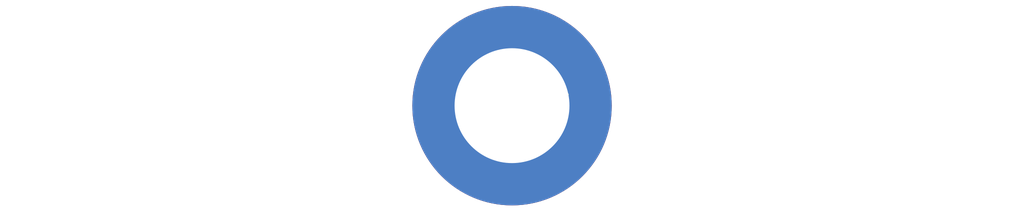
<source format=kicad_pcb>
(kicad_pcb (version 20240108) (generator pcbnew)
  (layers (0 "F.Cu" signal) (31 "B.Cu" signal) (34 "B.Paste" user) (35 "F.Paste" user) (36 "B.SilkS" user "B.Silkscreen") (37 "F.SilkS" user "F.Silkscreen") (38 "B.Mask" user) (39 "F.Mask" user) (44 "Edge.Cuts" user))
  (net 0 "")
  (footprint "MountingHole_5.3mm_M5_DIN965_Pad_TopBottom" (layer "F.Cu") (at 0 0)
    (property "Reference" "REF**")
    (property "Value" "MountingHole_5.3mm_M5_DIN965_Pad_TopBottom")
    (pad "1" thru_hole circle (at 0 0) (size 5.7 5.7) (drill 5.3) (layers *.Cu *.Mask) (remove_unused_layers))
    (pad "1" connect circle (at 0 0) (size 9.2 9.2) (layers "F.Cu" "F.Mask"))
    (pad "1" connect circle (at 0 0) (size 9.2 9.2) (layers "B.Cu" "B.Mask"))
  )
)
</source>
